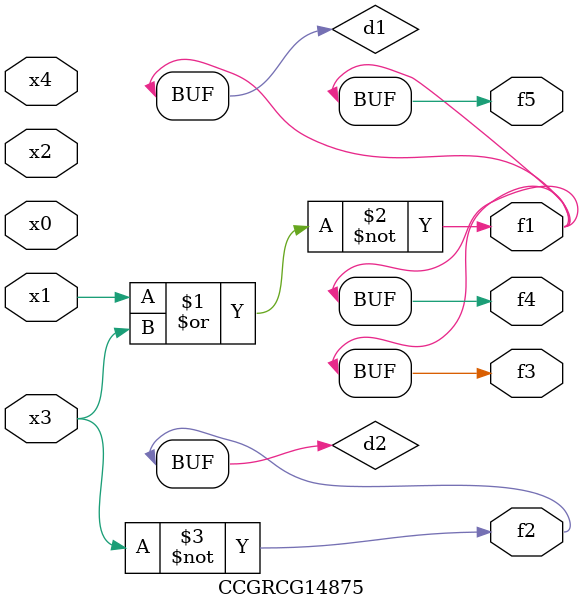
<source format=v>
module CCGRCG14875(
	input x0, x1, x2, x3, x4,
	output f1, f2, f3, f4, f5
);

	wire d1, d2;

	nor (d1, x1, x3);
	not (d2, x3);
	assign f1 = d1;
	assign f2 = d2;
	assign f3 = d1;
	assign f4 = d1;
	assign f5 = d1;
endmodule

</source>
